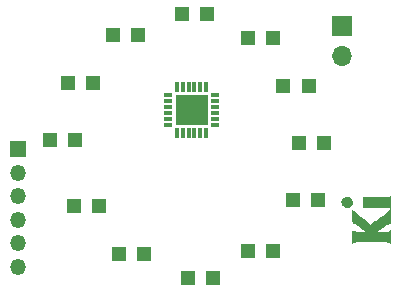
<source format=gbr>
%TF.GenerationSoftware,KiCad,Pcbnew,(5.1.10)-1*%
%TF.CreationDate,2021-12-05T10:22:05+05:30*%
%TF.ProjectId,Libobxis lab,4c69626f-6278-4697-9320-6c61622e6b69,rev?*%
%TF.SameCoordinates,Original*%
%TF.FileFunction,Soldermask,Top*%
%TF.FilePolarity,Negative*%
%FSLAX46Y46*%
G04 Gerber Fmt 4.6, Leading zero omitted, Abs format (unit mm)*
G04 Created by KiCad (PCBNEW (5.1.10)-1) date 2021-12-05 10:22:05*
%MOMM*%
%LPD*%
G01*
G04 APERTURE LIST*
%ADD10C,0.010000*%
%ADD11R,1.200000X1.200000*%
%ADD12O,1.350000X1.350000*%
%ADD13R,1.350000X1.350000*%
%ADD14O,1.700000X1.700000*%
%ADD15R,1.700000X1.700000*%
%ADD16R,2.700000X2.600000*%
%ADD17R,0.350000X0.850000*%
%ADD18R,0.800000X0.350000*%
G04 APERTURE END LIST*
D10*
%TO.C,REF\u002A\u002A*%
G36*
X141630400Y-69426253D02*
G01*
X141630400Y-68880941D01*
X141831787Y-69079721D01*
X142194691Y-69409429D01*
X142468815Y-69623849D01*
X142572400Y-69702297D01*
X142692529Y-69796856D01*
X142816202Y-69896950D01*
X142930419Y-69992002D01*
X143022181Y-70071434D01*
X143049760Y-70096532D01*
X143137212Y-70177964D01*
X143228356Y-70108006D01*
X143417604Y-69972564D01*
X143557050Y-69885022D01*
X143639286Y-69830152D01*
X143718612Y-69768876D01*
X143724607Y-69763727D01*
X143807581Y-69694778D01*
X143910137Y-69614253D01*
X144020288Y-69531058D01*
X144126047Y-69454098D01*
X144215425Y-69392281D01*
X144272547Y-69356624D01*
X144325596Y-69321543D01*
X144404062Y-69263014D01*
X144495252Y-69191180D01*
X144586472Y-69116185D01*
X144665032Y-69048172D01*
X144704020Y-69011800D01*
X144730081Y-68987911D01*
X144777406Y-68945637D01*
X144786570Y-68937523D01*
X144856200Y-68875945D01*
X144856200Y-70002400D01*
X144777923Y-70002400D01*
X144701395Y-70019163D01*
X144596149Y-70066393D01*
X144470239Y-70139507D01*
X144331716Y-70233919D01*
X144217533Y-70321458D01*
X144125313Y-70392732D01*
X144034269Y-70458053D01*
X143961535Y-70505223D01*
X143950833Y-70511329D01*
X143884434Y-70551371D01*
X143836284Y-70586658D01*
X143827500Y-70595301D01*
X143788816Y-70629862D01*
X143732250Y-70670085D01*
X143684093Y-70707774D01*
X143662487Y-70738285D01*
X143662400Y-70739586D01*
X143687091Y-70748462D01*
X143758381Y-70755582D01*
X143872092Y-70760736D01*
X144024044Y-70763717D01*
X144158961Y-70764400D01*
X144338263Y-70763716D01*
X144474270Y-70761305D01*
X144574475Y-70756625D01*
X144646369Y-70749137D01*
X144697443Y-70738302D01*
X144735188Y-70723579D01*
X144736811Y-70722756D01*
X144796491Y-70687283D01*
X144834618Y-70655777D01*
X144836761Y-70652906D01*
X144842323Y-70668403D01*
X144847262Y-70727753D01*
X144851312Y-70824014D01*
X144854207Y-70950241D01*
X144855682Y-71099489D01*
X144855811Y-71151206D01*
X144856200Y-71677711D01*
X144786350Y-71648032D01*
X144727758Y-71619859D01*
X144692370Y-71597776D01*
X144663142Y-71593943D01*
X144587781Y-71590343D01*
X144470951Y-71587041D01*
X144317317Y-71584104D01*
X144131546Y-71581601D01*
X143918302Y-71579596D01*
X143682251Y-71578158D01*
X143428059Y-71577353D01*
X143256290Y-71577201D01*
X142952311Y-71577259D01*
X142694912Y-71577530D01*
X142479874Y-71578154D01*
X142302978Y-71579274D01*
X142160004Y-71581031D01*
X142046733Y-71583567D01*
X141958945Y-71587024D01*
X141892421Y-71591543D01*
X141842941Y-71597267D01*
X141806286Y-71604338D01*
X141778237Y-71612896D01*
X141754574Y-71623084D01*
X141744699Y-71628001D01*
X141682869Y-71658756D01*
X141643660Y-71676810D01*
X141637729Y-71678801D01*
X141635507Y-71654665D01*
X141633556Y-71587312D01*
X141631984Y-71484328D01*
X141630901Y-71353294D01*
X141630415Y-71201795D01*
X141630400Y-71168083D01*
X141630664Y-70994940D01*
X141631831Y-70866371D01*
X141634464Y-70776154D01*
X141639123Y-70718063D01*
X141646372Y-70685876D01*
X141656772Y-70673368D01*
X141670885Y-70674314D01*
X141674850Y-70675836D01*
X141763673Y-70709195D01*
X141852181Y-70733261D01*
X141951141Y-70749420D01*
X142071321Y-70759058D01*
X142223488Y-70763560D01*
X142363088Y-70764400D01*
X142782904Y-70764401D01*
X142709900Y-70688201D01*
X142659557Y-70640587D01*
X142622278Y-70614006D01*
X142615483Y-70612000D01*
X142589550Y-70596863D01*
X142536128Y-70557372D01*
X142466145Y-70502412D01*
X142390529Y-70440868D01*
X142320209Y-70381623D01*
X142266114Y-70333561D01*
X142240000Y-70306761D01*
X142212734Y-70284439D01*
X142156630Y-70246064D01*
X142113000Y-70218198D01*
X142025298Y-70159995D01*
X141938698Y-70097049D01*
X141910362Y-70074701D01*
X141843736Y-70029987D01*
X141782643Y-70004592D01*
X141766390Y-70002400D01*
X141722677Y-70001878D01*
X141689502Y-69996209D01*
X141665412Y-69979238D01*
X141648955Y-69944811D01*
X141638677Y-69886774D01*
X141633127Y-69798972D01*
X141630851Y-69675250D01*
X141630396Y-69509455D01*
X141630400Y-69426253D01*
G37*
X141630400Y-69426253D02*
X141630400Y-68880941D01*
X141831787Y-69079721D01*
X142194691Y-69409429D01*
X142468815Y-69623849D01*
X142572400Y-69702297D01*
X142692529Y-69796856D01*
X142816202Y-69896950D01*
X142930419Y-69992002D01*
X143022181Y-70071434D01*
X143049760Y-70096532D01*
X143137212Y-70177964D01*
X143228356Y-70108006D01*
X143417604Y-69972564D01*
X143557050Y-69885022D01*
X143639286Y-69830152D01*
X143718612Y-69768876D01*
X143724607Y-69763727D01*
X143807581Y-69694778D01*
X143910137Y-69614253D01*
X144020288Y-69531058D01*
X144126047Y-69454098D01*
X144215425Y-69392281D01*
X144272547Y-69356624D01*
X144325596Y-69321543D01*
X144404062Y-69263014D01*
X144495252Y-69191180D01*
X144586472Y-69116185D01*
X144665032Y-69048172D01*
X144704020Y-69011800D01*
X144730081Y-68987911D01*
X144777406Y-68945637D01*
X144786570Y-68937523D01*
X144856200Y-68875945D01*
X144856200Y-70002400D01*
X144777923Y-70002400D01*
X144701395Y-70019163D01*
X144596149Y-70066393D01*
X144470239Y-70139507D01*
X144331716Y-70233919D01*
X144217533Y-70321458D01*
X144125313Y-70392732D01*
X144034269Y-70458053D01*
X143961535Y-70505223D01*
X143950833Y-70511329D01*
X143884434Y-70551371D01*
X143836284Y-70586658D01*
X143827500Y-70595301D01*
X143788816Y-70629862D01*
X143732250Y-70670085D01*
X143684093Y-70707774D01*
X143662487Y-70738285D01*
X143662400Y-70739586D01*
X143687091Y-70748462D01*
X143758381Y-70755582D01*
X143872092Y-70760736D01*
X144024044Y-70763717D01*
X144158961Y-70764400D01*
X144338263Y-70763716D01*
X144474270Y-70761305D01*
X144574475Y-70756625D01*
X144646369Y-70749137D01*
X144697443Y-70738302D01*
X144735188Y-70723579D01*
X144736811Y-70722756D01*
X144796491Y-70687283D01*
X144834618Y-70655777D01*
X144836761Y-70652906D01*
X144842323Y-70668403D01*
X144847262Y-70727753D01*
X144851312Y-70824014D01*
X144854207Y-70950241D01*
X144855682Y-71099489D01*
X144855811Y-71151206D01*
X144856200Y-71677711D01*
X144786350Y-71648032D01*
X144727758Y-71619859D01*
X144692370Y-71597776D01*
X144663142Y-71593943D01*
X144587781Y-71590343D01*
X144470951Y-71587041D01*
X144317317Y-71584104D01*
X144131546Y-71581601D01*
X143918302Y-71579596D01*
X143682251Y-71578158D01*
X143428059Y-71577353D01*
X143256290Y-71577201D01*
X142952311Y-71577259D01*
X142694912Y-71577530D01*
X142479874Y-71578154D01*
X142302978Y-71579274D01*
X142160004Y-71581031D01*
X142046733Y-71583567D01*
X141958945Y-71587024D01*
X141892421Y-71591543D01*
X141842941Y-71597267D01*
X141806286Y-71604338D01*
X141778237Y-71612896D01*
X141754574Y-71623084D01*
X141744699Y-71628001D01*
X141682869Y-71658756D01*
X141643660Y-71676810D01*
X141637729Y-71678801D01*
X141635507Y-71654665D01*
X141633556Y-71587312D01*
X141631984Y-71484328D01*
X141630901Y-71353294D01*
X141630415Y-71201795D01*
X141630400Y-71168083D01*
X141630664Y-70994940D01*
X141631831Y-70866371D01*
X141634464Y-70776154D01*
X141639123Y-70718063D01*
X141646372Y-70685876D01*
X141656772Y-70673368D01*
X141670885Y-70674314D01*
X141674850Y-70675836D01*
X141763673Y-70709195D01*
X141852181Y-70733261D01*
X141951141Y-70749420D01*
X142071321Y-70759058D01*
X142223488Y-70763560D01*
X142363088Y-70764400D01*
X142782904Y-70764401D01*
X142709900Y-70688201D01*
X142659557Y-70640587D01*
X142622278Y-70614006D01*
X142615483Y-70612000D01*
X142589550Y-70596863D01*
X142536128Y-70557372D01*
X142466145Y-70502412D01*
X142390529Y-70440868D01*
X142320209Y-70381623D01*
X142266114Y-70333561D01*
X142240000Y-70306761D01*
X142212734Y-70284439D01*
X142156630Y-70246064D01*
X142113000Y-70218198D01*
X142025298Y-70159995D01*
X141938698Y-70097049D01*
X141910362Y-70074701D01*
X141843736Y-70029987D01*
X141782643Y-70004592D01*
X141766390Y-70002400D01*
X141722677Y-70001878D01*
X141689502Y-69996209D01*
X141665412Y-69979238D01*
X141648955Y-69944811D01*
X141638677Y-69886774D01*
X141633127Y-69798972D01*
X141630851Y-69675250D01*
X141630396Y-69509455D01*
X141630400Y-69426253D01*
G36*
X143594045Y-67843400D02*
G01*
X143865528Y-67843179D01*
X144090618Y-67842417D01*
X144273721Y-67840974D01*
X144419240Y-67838706D01*
X144531583Y-67835469D01*
X144615155Y-67831122D01*
X144674359Y-67825520D01*
X144713603Y-67818522D01*
X144737292Y-67809984D01*
X144743395Y-67806108D01*
X144780943Y-67779822D01*
X144809085Y-67769109D01*
X144829174Y-67779290D01*
X144842563Y-67815688D01*
X144850605Y-67883624D01*
X144854653Y-67988422D01*
X144856060Y-68135402D01*
X144856200Y-68249800D01*
X144855515Y-68400082D01*
X144853608Y-68531273D01*
X144850702Y-68635573D01*
X144847017Y-68705181D01*
X144842776Y-68732295D01*
X144842488Y-68732400D01*
X144813454Y-68721845D01*
X144756509Y-68695274D01*
X144729200Y-68681600D01*
X144701760Y-68668734D01*
X144671394Y-68658241D01*
X144632920Y-68649880D01*
X144581155Y-68643409D01*
X144510918Y-68638589D01*
X144417027Y-68635178D01*
X144294301Y-68632935D01*
X144137559Y-68631619D01*
X143941617Y-68630990D01*
X143701296Y-68630805D01*
X143636750Y-68630800D01*
X143379269Y-68631053D01*
X143167749Y-68631929D01*
X142997351Y-68633604D01*
X142863238Y-68636252D01*
X142760571Y-68640050D01*
X142684513Y-68645173D01*
X142630226Y-68651797D01*
X142592872Y-68660097D01*
X142568938Y-68669553D01*
X142494000Y-68708305D01*
X142494000Y-67843400D01*
X143594045Y-67843400D01*
G37*
X143594045Y-67843400D02*
X143865528Y-67843179D01*
X144090618Y-67842417D01*
X144273721Y-67840974D01*
X144419240Y-67838706D01*
X144531583Y-67835469D01*
X144615155Y-67831122D01*
X144674359Y-67825520D01*
X144713603Y-67818522D01*
X144737292Y-67809984D01*
X144743395Y-67806108D01*
X144780943Y-67779822D01*
X144809085Y-67769109D01*
X144829174Y-67779290D01*
X144842563Y-67815688D01*
X144850605Y-67883624D01*
X144854653Y-67988422D01*
X144856060Y-68135402D01*
X144856200Y-68249800D01*
X144855515Y-68400082D01*
X144853608Y-68531273D01*
X144850702Y-68635573D01*
X144847017Y-68705181D01*
X144842776Y-68732295D01*
X144842488Y-68732400D01*
X144813454Y-68721845D01*
X144756509Y-68695274D01*
X144729200Y-68681600D01*
X144701760Y-68668734D01*
X144671394Y-68658241D01*
X144632920Y-68649880D01*
X144581155Y-68643409D01*
X144510918Y-68638589D01*
X144417027Y-68635178D01*
X144294301Y-68632935D01*
X144137559Y-68631619D01*
X143941617Y-68630990D01*
X143701296Y-68630805D01*
X143636750Y-68630800D01*
X143379269Y-68631053D01*
X143167749Y-68631929D01*
X142997351Y-68633604D01*
X142863238Y-68636252D01*
X142760571Y-68640050D01*
X142684513Y-68645173D01*
X142630226Y-68651797D01*
X142592872Y-68660097D01*
X142568938Y-68669553D01*
X142494000Y-68708305D01*
X142494000Y-67843400D01*
X143594045Y-67843400D01*
G36*
X140727960Y-68084059D02*
G01*
X140794395Y-67966455D01*
X140897045Y-67872977D01*
X140983124Y-67829188D01*
X141121614Y-67798578D01*
X141259591Y-67807679D01*
X141381084Y-67855027D01*
X141399850Y-67867412D01*
X141487408Y-67957851D01*
X141547553Y-68076729D01*
X141577418Y-68209667D01*
X141574134Y-68342287D01*
X141534832Y-68460210D01*
X141522244Y-68480994D01*
X141443394Y-68563263D01*
X141334770Y-68631086D01*
X141217295Y-68673253D01*
X141147799Y-68681600D01*
X141038575Y-68662326D01*
X140924110Y-68611810D01*
X140825158Y-68541018D01*
X140776295Y-68485358D01*
X140715876Y-68353139D01*
X140700776Y-68216163D01*
X140727960Y-68084059D01*
G37*
X140727960Y-68084059D02*
X140794395Y-67966455D01*
X140897045Y-67872977D01*
X140983124Y-67829188D01*
X141121614Y-67798578D01*
X141259591Y-67807679D01*
X141381084Y-67855027D01*
X141399850Y-67867412D01*
X141487408Y-67957851D01*
X141547553Y-68076729D01*
X141577418Y-68209667D01*
X141574134Y-68342287D01*
X141534832Y-68460210D01*
X141522244Y-68480994D01*
X141443394Y-68563263D01*
X141334770Y-68631086D01*
X141217295Y-68673253D01*
X141147799Y-68681600D01*
X141038575Y-68662326D01*
X140924110Y-68611810D01*
X140825158Y-68541018D01*
X140776295Y-68485358D01*
X140715876Y-68353139D01*
X140700776Y-68216163D01*
X140727960Y-68084059D01*
%TD*%
D11*
%TO.C,D7*%
X124036000Y-72644000D03*
X121836000Y-72644000D03*
%TD*%
D12*
%TO.C,J2*%
X113284000Y-73754000D03*
X113284000Y-71754000D03*
X113284000Y-69754000D03*
X113284000Y-67754000D03*
X113284000Y-65754000D03*
D13*
X113284000Y-63754000D03*
%TD*%
D14*
%TO.C,J1*%
X140716000Y-55880000D03*
D15*
X140716000Y-53340000D03*
%TD*%
D16*
%TO.C,IC2*%
X128016000Y-60452000D03*
D17*
X126766000Y-58477000D03*
X127266000Y-58477000D03*
X127766000Y-58477000D03*
X128266000Y-58477000D03*
X128766000Y-58477000D03*
X129266000Y-58477000D03*
D18*
X130016000Y-59202000D03*
X130016000Y-59702000D03*
X130016000Y-60202000D03*
X130016000Y-60702000D03*
X130016000Y-61202000D03*
X130016000Y-61702000D03*
D17*
X129266000Y-62427000D03*
X128766000Y-62427000D03*
X128266000Y-62427000D03*
X127766000Y-62427000D03*
X127266000Y-62427000D03*
X126766000Y-62427000D03*
D18*
X126016000Y-61702000D03*
X126016000Y-61202000D03*
X126016000Y-60702000D03*
X126016000Y-60202000D03*
X126016000Y-59702000D03*
X126016000Y-59202000D03*
%TD*%
D11*
%TO.C,D12*%
X129370000Y-52324000D03*
X127170000Y-52324000D03*
%TD*%
%TO.C,D11*%
X123528000Y-54102000D03*
X121328000Y-54102000D03*
%TD*%
%TO.C,D10*%
X119718000Y-58166000D03*
X117518000Y-58166000D03*
%TD*%
%TO.C,D9*%
X118194000Y-62992000D03*
X115994000Y-62992000D03*
%TD*%
%TO.C,D8*%
X120226000Y-68580000D03*
X118026000Y-68580000D03*
%TD*%
%TO.C,D6*%
X129878000Y-74676000D03*
X127678000Y-74676000D03*
%TD*%
%TO.C,D5*%
X132758000Y-72390000D03*
X134958000Y-72390000D03*
%TD*%
%TO.C,D4*%
X136568000Y-68072000D03*
X138768000Y-68072000D03*
%TD*%
%TO.C,D3*%
X137076000Y-63246000D03*
X139276000Y-63246000D03*
%TD*%
%TO.C,D2*%
X135722000Y-58420000D03*
X137922000Y-58420000D03*
%TD*%
%TO.C,D1*%
X132758000Y-54356000D03*
X134958000Y-54356000D03*
%TD*%
M02*

</source>
